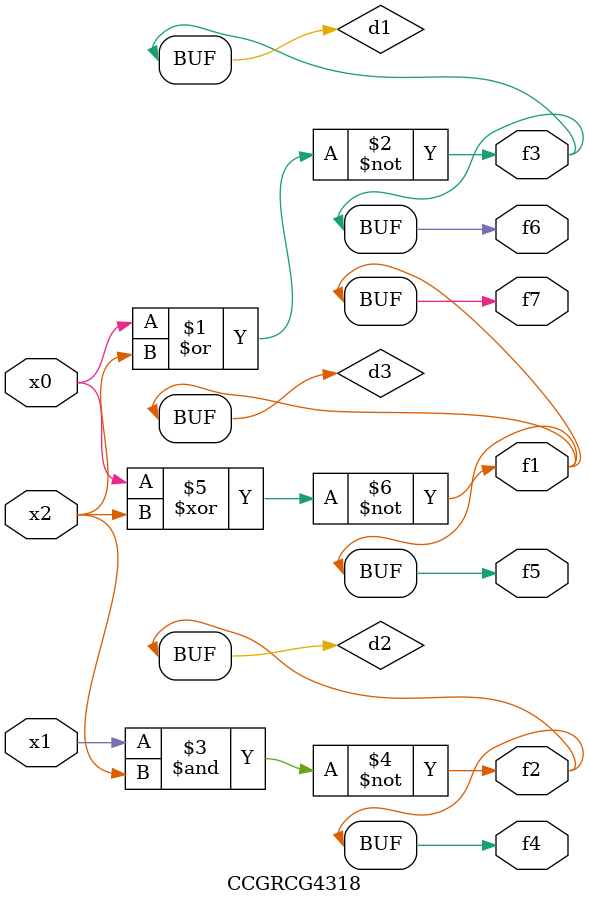
<source format=v>
module CCGRCG4318(
	input x0, x1, x2,
	output f1, f2, f3, f4, f5, f6, f7
);

	wire d1, d2, d3;

	nor (d1, x0, x2);
	nand (d2, x1, x2);
	xnor (d3, x0, x2);
	assign f1 = d3;
	assign f2 = d2;
	assign f3 = d1;
	assign f4 = d2;
	assign f5 = d3;
	assign f6 = d1;
	assign f7 = d3;
endmodule

</source>
